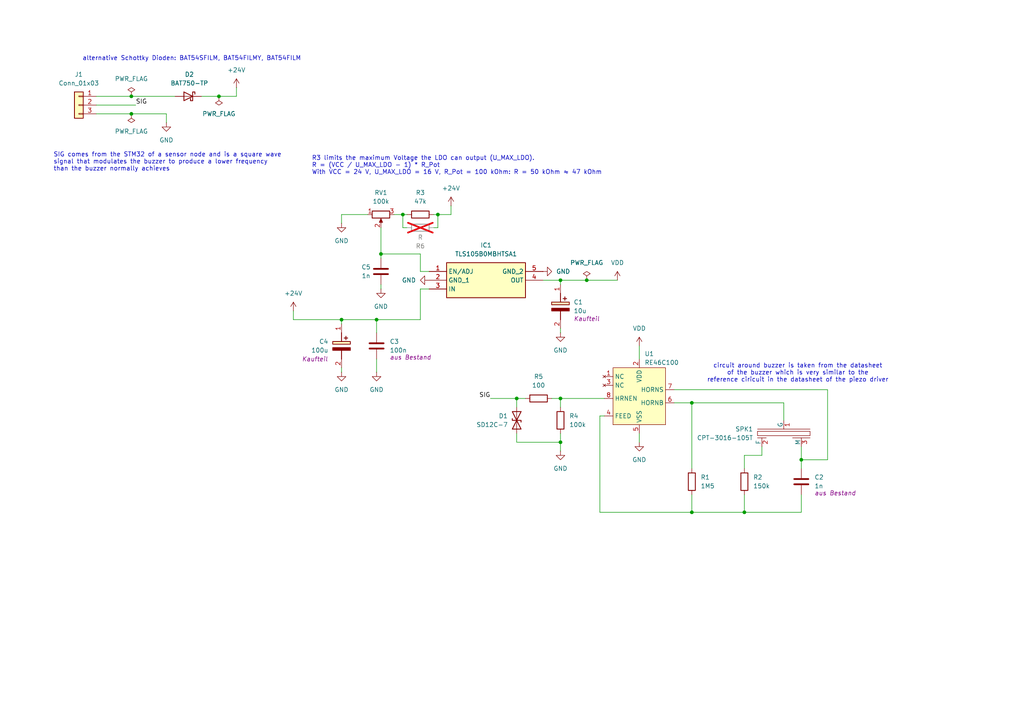
<source format=kicad_sch>
(kicad_sch (version 20231120) (generator "eeschema") (generator_version "8.0")
  (paper "A4")
  (title_block (title "Soundbox") (date "2024-12-04") (rev "FT25 v1.0") (company "FaSTTUBe"))
  (lib_symbols
    (symbol "Connector_Generic:Conn_01x03" (pin_names (offset 1.016) hide)
      (property "Reference" "J" (at 0 5.08 0))
      (property "Value" "Conn_01x03" (at 0 -5.08 0))
      (symbol "Conn_01x03_1_1"
        (rectangle (start -1.27 -2.413) (end 0 -2.667) (stroke (width 0.1524)))
        (rectangle (start -1.27 0.127) (end 0 -0.127) (stroke (width 0.1524)))
        (rectangle (start -1.27 2.667) (end 0 2.413) (stroke (width 0.1524)))
        (rectangle (start -1.27 3.81) (end 1.27 -3.81) (stroke (width 0.254)) (fill (type background)))
        (pin passive line (at -5.08 2.54 0) (length 3.81) (name "Pin_1") (number "1"))
        (pin passive line (at -5.08 0 0) (length 3.81) (name "Pin_2") (number "2"))
        (pin passive line (at -5.08 -2.54 0) (length 3.81) (name "Pin_3") (number "3"))
      )
    )
    (symbol "Device:C" (pin_numbers hide) (pin_names (offset 0.254))
      (property "Reference" "C" (at 0.635 2.54 0))
      (property "Value" "C" (at 0.635 -2.54 0))
      (symbol "C_0_1"
        (polyline (pts (xy -2.032 -0.762) (xy 2.032 -0.762)) (stroke (width 0.508)))
        (polyline (pts (xy -2.032 0.762) (xy 2.032 0.762)) (stroke (width 0.508)))
      )
      (symbol "C_1_1"
        (pin passive line (at 0 3.81 270) (length 2.794) (name "~") (number "1"))
        (pin passive line (at 0 -3.81 90) (length 2.794) (name "~") (number "2"))
      )
    )
    (symbol "Device:D_Schottky" (pin_numbers hide) (pin_names (offset 1.016) hide)
      (property "Reference" "D2" (at -0.3175 6.35 0))
      (property "Value" "BAT750-TP" (at -0.3175 3.81 0))
      (symbol "D_Schottky_0_1"
        (polyline (pts (xy 1.27 0) (xy -1.27 0)))
        (polyline (pts (xy 1.27 1.27) (xy 1.27 -1.27) (xy -1.27 0) (xy 1.27 1.27)) (stroke (width 0.254)))
        (polyline (pts (xy -1.905 0.635) (xy -1.905 1.27) (xy -1.27 1.27) (xy -1.27 -1.27) (xy -0.635 -1.27) (xy -0.635 -0.635)) (stroke (width 0.254)))
      )
      (symbol "D_Schottky_1_1"
        (pin passive line (at 3.81 0 180) (length 2.54) (name "A") (number "1"))
        (pin passive line (at -3.81 0 0) (length 2.54) (name "K") (number "3"))
      )
    )
    (symbol "Device:D_TVS" (pin_numbers hide) (pin_names (offset 1.016) hide)
      (property "Reference" "D" (at 0 2.54 0))
      (property "Value" "D_TVS" (at 0 -2.54 0))
      (symbol "D_TVS_0_1"
        (polyline (pts (xy 1.27 0) (xy -1.27 0)))
        (polyline (pts (xy 0.508 1.27) (xy 0 1.27) (xy 0 -1.27) (xy -0.508 -1.27)) (stroke (width 0.254)))
        (polyline (pts (xy -2.54 1.27) (xy -2.54 -1.27) (xy 2.54 1.27) (xy 2.54 -1.27) (xy -2.54 1.27)) (stroke (width 0.254)))
      )
      (symbol "D_TVS_1_1"
        (pin passive line (at -3.81 0 0) (length 2.54) (name "A1") (number "1"))
        (pin passive line (at 3.81 0 180) (length 2.54) (name "A2") (number "2"))
      )
    )
    (symbol "Device:R" (pin_numbers hide) (pin_names (offset 0))
      (property "Reference" "R" (at 2.032 0 90))
      (property "Value" "R" (at 0 0 90))
      (symbol "R_0_1"
        (rectangle (start -1.016 -2.54) (end 1.016 2.54) (stroke (width 0.254)))
      )
      (symbol "R_1_1"
        (pin passive line (at 0 3.81 270) (length 1.27) (name "~") (number "1"))
        (pin passive line (at 0 -3.81 90) (length 1.27) (name "~") (number "2"))
      )
    )
    (symbol "Device:R_Potentiometer" (pin_names (offset 1.016) hide)
      (property "Reference" "RV" (at -4.445 0 90))
      (property "Value" "R_Potentiometer" (at -2.54 0 90))
      (symbol "R_Potentiometer_0_1"
        (polyline (pts (xy 2.54 0) (xy 1.524 0)))
        (polyline (pts (xy 1.143 0) (xy 2.286 0.508) (xy 2.286 -0.508) (xy 1.143 0)) (fill (type outline)))
        (rectangle (start 1.016 2.54) (end -1.016 -2.54) (stroke (width 0.254)))
      )
      (symbol "R_Potentiometer_1_1"
        (pin passive line (at 0 3.81 270) (length 1.27) (name "1") (number "1"))
        (pin passive line (at 3.81 0 180) (length 1.27) (name "2") (number "2"))
        (pin passive line (at 0 -3.81 90) (length 1.27) (name "3") (number "3"))
      )
    )
    (symbol "power:+24V" (power) (pin_numbers hide) (pin_names (offset 0) hide)
      (property "Value" "+24V" (at 0 3.556 0))
      (symbol "+24V_0_1"
        (polyline (pts (xy -0.762 1.27) (xy 0 2.54)))
        (polyline (pts (xy 0 0) (xy 0 2.54)))
        (polyline (pts (xy 0 2.54) (xy 0.762 1.27)))
      )
      (symbol "+24V_1_1"
        (pin power_in line (at 0 0 90) (length 0) (name "~") (number "1"))
      )
    )
    (symbol "power:GND" (power) (pin_numbers hide) (pin_names (offset 0) hide)
      (property "Value" "GND" (at 0 -3.81 0))
      (symbol "GND_0_1"
        (polyline (pts (xy 0 0) (xy 0 -1.27) (xy 1.27 -1.27) (xy 0 -2.54) (xy -1.27 -1.27) (xy 0 -1.27)))
      )
      (symbol "GND_1_1"
        (pin power_in line (at 0 0 270) (length 0) (name "~") (number "1"))
      )
    )
    (symbol "power:PWR_FLAG" (power) (pin_numbers hide) (pin_names (offset 0) hide)
      (property "Value" "PWR_FLAG" (at 0 3.81 0))
      (symbol "PWR_FLAG_0_0"
        (pin power_out line (at 0 0 90) (length 0) (name "~") (number "1"))
      )
      (symbol "PWR_FLAG_0_1"
        (polyline (pts (xy 0 0) (xy 0 1.27) (xy -1.016 1.905) (xy 0 2.54) (xy 1.016 1.905) (xy 0 1.27)))
      )
    )
    (symbol "power:VDD" (power) (pin_numbers hide) (pin_names (offset 0) hide)
      (property "Value" "VDD" (at 0 3.556 0))
      (symbol "VDD_0_1"
        (polyline (pts (xy -0.762 1.27) (xy 0 2.54)))
        (polyline (pts (xy 0 0) (xy 0 2.54)))
        (polyline (pts (xy 0 2.54) (xy 0.762 1.27)))
      )
      (symbol "VDD_1_1"
        (pin power_in line (at 0 0 90) (length 0) (name "~") (number "1"))
      )
    )
    (symbol "soundbox:CPT-3016-105T" (pin_names (offset 0))
      (property "Reference" "SPK" (at -5.588 2.54 0))
      (property "Value" "CPT-3016-105T" (at 10.668 2.54 0))
      (symbol "CPT-3016-105T_0_0"
        (pin passive line (at 0 3.81 270) (length 2.54) (name "G") (number "1"))
        (pin passive line (at -6.35 -3.81 90) (length 2.54) (name "F") (number "2"))
        (pin passive line (at 5.08 -3.81 90) (length 2.54) (name "M") (number "3"))
      )
      (symbol "CPT-3016-105T_0_1"
        (rectangle (start -7.62 0.635) (end 7.62 -0.635))
        (polyline (pts (xy -7.62 -1.27) (xy -5.08 -1.27)))
        (polyline (pts (xy 7.62 -1.27) (xy 2.54 -1.27)))
        (polyline (pts (xy 7.62 1.27) (xy -7.62 1.27)))
      )
    )
    (symbol "soundbox:EEE-FK1V100R" (pin_names hide)
      (property "Reference" "C" (at 8.89 6.35 0))
      (property "Value" "EEE-FK1V100R" (at 8.89 3.81 0))
      (symbol "EEE-FK1V100R_1_1"
        (polyline (pts (xy 2.54 0) (xy 5.08 0)) (stroke (width 0.254)))
        (polyline (pts (xy 4.064 1.778) (xy 4.064 0.762)) (stroke (width 0.254)))
        (polyline (pts (xy 4.572 1.27) (xy 3.556 1.27)) (stroke (width 0.254)))
        (polyline (pts (xy 7.62 0) (xy 10.16 0)) (stroke (width 0.254)))
        (polyline (pts (xy 7.62 2.54) (xy 7.62 -2.54) (xy 6.858 -2.54) (xy 6.858 2.54) (xy 7.62 2.54)) (stroke (width 0.254)) (fill (type outline)))
        (rectangle (start 5.08 2.54) (end 5.842 -2.54) (stroke (width 0.254)) (fill (type background)))
        (pin passive line (at 0 0 0) (length 2.54) (name "+") (number "1"))
        (pin passive line (at 12.7 0 180) (length 2.54) (name "-") (number "2"))
      )
    )
    (symbol "soundbox:EEE-FT1V101AP" (pin_names hide)
      (property "Reference" "C" (at 8.89 6.35 0))
      (property "Value" "EEE-FT1V101AP" (at 8.89 3.81 0))
      (symbol "EEE-FT1V101AP_1_1"
        (polyline (pts (xy 2.54 0) (xy 5.08 0)) (stroke (width 0.254)))
        (polyline (pts (xy 4.064 1.778) (xy 4.064 0.762)) (stroke (width 0.254)))
        (polyline (pts (xy 4.572 1.27) (xy 3.556 1.27)) (stroke (width 0.254)))
        (polyline (pts (xy 7.62 0) (xy 10.16 0)) (stroke (width 0.254)))
        (polyline (pts (xy 7.62 2.54) (xy 7.62 -2.54) (xy 6.858 -2.54) (xy 6.858 2.54) (xy 7.62 2.54)) (stroke (width 0.254)) (fill (type outline)))
        (rectangle (start 5.08 2.54) (end 5.842 -2.54) (stroke (width 0.254)) (fill (type background)))
        (pin passive line (at 0 0 0) (length 2.54) (name "+") (number "1"))
        (pin passive line (at 12.7 0 180) (length 2.54) (name "-") (number "2"))
      )
    )
    (symbol "soundbox:RE46C100"
      (property "Reference" "U" (at -6.604 9.144 0))
      (property "Value" "RE46C100" (at 5.842 9.144 0))
      (symbol "RE46C100_0_0"
        (pin no_connect line (at -10.16 5.08 0) (length 2.54) (name "NC") (number "1"))
        (pin power_in line (at 0 10.16 270) (length 2.54) (name "VDD") (number "2"))
        (pin no_connect line (at -10.16 2.54 0) (length 2.54) (name "NC") (number "3"))
        (pin input line (at -10.16 -6.35 0) (length 2.54) (name "FEED") (number "4"))
        (pin power_in line (at 0 -11.43 90) (length 2.54) (name "VSS") (number "5"))
        (pin output line (at 10.16 -2.54 180) (length 2.54) (name "HORNB") (number "6"))
        (pin output line (at 10.16 1.27 180) (length 2.54) (name "HORNS") (number "7"))
        (pin input line (at -10.16 -1.27 0) (length 2.54) (name "HRNEN") (number "8"))
      )
      (symbol "RE46C100_1_1"
        (rectangle (start -7.62 7.62) (end 7.62 -8.89) (fill (type background)))
      )
    )
    (symbol "soundbox:TLS105B0MBHTSA1"
      (property "Reference" "IC" (at 29.21 7.62 0))
      (property "Value" "TLS105B0MBHTSA1" (at 29.21 5.08 0))
      (symbol "TLS105B0MBHTSA1_1_1"
        (rectangle (start 5.08 2.54) (end 27.94 -7.62) (stroke (width 0.254)) (fill (type background)))
        (pin passive line (at 0 0 0) (length 5.08) (name "EN/ADJ") (number "1"))
        (pin passive line (at 0 -2.54 0) (length 5.08) (name "GND_1") (number "2"))
        (pin passive line (at 0 -5.08 0) (length 5.08) (name "IN") (number "3"))
        (pin passive line (at 33.02 -2.54 180) (length 5.08) (name "OUT") (number "4"))
        (pin passive line (at 33.02 0 180) (length 5.08) (name "GND_2") (number "5"))
      )
    )
  )
  (junction (at 162.56 128.27))
  (junction (at 38.1 27.94))
  (junction (at 232.41 133.35))
  (junction (at 63.5 27.94))
  (junction (at 99.06 92.71))
  (junction (at 110.49 73.66))
  (junction (at 38.1 33.02))
  (junction (at 116.84 62.23))
  (junction (at 109.22 92.71))
  (junction (at 162.56 81.28))
  (junction (at 127 62.23))
  (junction (at 149.86 115.57))
  (junction (at 200.66 148.59))
  (junction (at 200.66 116.84))
  (junction (at 215.9 148.59))
  (junction (at 162.56 115.57))
  (junction (at 170.18 81.28))
  (wire (pts (xy 27.94 27.94) (xy 38.1 27.94)))
  (wire (pts (xy 99.06 92.71) (xy 99.06 93.98)))
  (wire (pts (xy 160.02 115.57) (xy 162.56 115.57)))
  (wire (pts (xy 232.41 129.54) (xy 232.41 133.35)))
  (wire (pts (xy 215.9 135.89) (xy 215.9 132.08)))
  (wire (pts (xy 195.58 116.84) (xy 200.66 116.84)))
  (wire (pts (xy 110.49 74.93) (xy 110.49 73.66)))
  (wire (pts (xy 125.73 62.23) (xy 127 62.23)))
  (wire (pts (xy 27.94 33.02) (xy 38.1 33.02)))
  (wire (pts (xy 109.22 92.71) (xy 121.92 92.71)))
  (wire (pts (xy 109.22 104.14) (xy 109.22 107.95)))
  (wire (pts (xy 170.18 81.28) (xy 179.07 81.28)))
  (wire (pts (xy 162.56 115.57) (xy 175.26 115.57)))
  (wire (pts (xy 121.92 73.66) (xy 121.92 78.74)))
  (wire (pts (xy 118.11 66.04) (xy 116.84 66.04)))
  (wire (pts (xy 48.26 33.02) (xy 48.26 35.56)))
  (wire (pts (xy 185.42 125.73) (xy 185.42 128.27)))
  (wire (pts (xy 63.5 27.94) (xy 68.58 27.94)))
  (wire (pts (xy 149.86 128.27) (xy 162.56 128.27)))
  (wire (pts (xy 27.94 30.48) (xy 39.37 30.48)))
  (wire (pts (xy 110.49 73.66) (xy 121.92 73.66)))
  (wire (pts (xy 200.66 143.51) (xy 200.66 148.59)))
  (wire (pts (xy 232.41 133.35) (xy 240.03 133.35)))
  (wire (pts (xy 109.22 92.71) (xy 99.06 92.71)))
  (wire (pts (xy 240.03 113.03) (xy 195.58 113.03)))
  (wire (pts (xy 85.09 90.17) (xy 85.09 92.71)))
  (wire (pts (xy 110.49 83.82) (xy 110.49 82.55)))
  (wire (pts (xy 200.66 116.84) (xy 227.33 116.84)))
  (wire (pts (xy 58.42 27.94) (xy 63.5 27.94)))
  (wire (pts (xy 215.9 132.08) (xy 220.98 132.08)))
  (wire (pts (xy 162.56 125.73) (xy 162.56 128.27)))
  (wire (pts (xy 232.41 143.51) (xy 232.41 148.59)))
  (wire (pts (xy 162.56 81.28) (xy 162.56 82.55)))
  (wire (pts (xy 127 66.04) (xy 127 62.23)))
  (wire (pts (xy 232.41 133.35) (xy 232.41 135.89)))
  (wire (pts (xy 220.98 132.08) (xy 220.98 129.54)))
  (wire (pts (xy 149.86 115.57) (xy 152.4 115.57)))
  (wire (pts (xy 118.11 62.23) (xy 116.84 62.23)))
  (wire (pts (xy 162.56 81.28) (xy 170.18 81.28)))
  (wire (pts (xy 110.49 66.04) (xy 110.49 73.66)))
  (wire (pts (xy 149.86 125.73) (xy 149.86 128.27)))
  (wire (pts (xy 116.84 66.04) (xy 116.84 62.23)))
  (wire (pts (xy 215.9 148.59) (xy 232.41 148.59)))
  (wire (pts (xy 116.84 62.23) (xy 114.3 62.23)))
  (wire (pts (xy 99.06 64.77) (xy 99.06 62.23)))
  (wire (pts (xy 142.24 115.57) (xy 149.86 115.57)))
  (wire (pts (xy 173.99 148.59) (xy 200.66 148.59)))
  (wire (pts (xy 149.86 115.57) (xy 149.86 118.11)))
  (wire (pts (xy 162.56 128.27) (xy 162.56 130.81)))
  (wire (pts (xy 185.42 100.33) (xy 185.42 104.14)))
  (wire (pts (xy 99.06 92.71) (xy 85.09 92.71)))
  (wire (pts (xy 127 62.23) (xy 130.81 62.23)))
  (wire (pts (xy 162.56 115.57) (xy 162.56 118.11)))
  (wire (pts (xy 200.66 116.84) (xy 200.66 135.89)))
  (wire (pts (xy 173.99 120.65) (xy 173.99 148.59)))
  (wire (pts (xy 38.1 33.02) (xy 48.26 33.02)))
  (wire (pts (xy 121.92 92.71) (xy 121.92 83.82)))
  (wire (pts (xy 121.92 78.74) (xy 124.46 78.74)))
  (wire (pts (xy 68.58 25.4) (xy 68.58 27.94)))
  (wire (pts (xy 227.33 116.84) (xy 227.33 121.92)))
  (wire (pts (xy 38.1 27.94) (xy 50.8 27.94)))
  (wire (pts (xy 130.81 62.23) (xy 130.81 59.69)))
  (wire (pts (xy 99.06 106.68) (xy 99.06 107.95)))
  (wire (pts (xy 121.92 83.82) (xy 124.46 83.82)))
  (wire (pts (xy 200.66 148.59) (xy 215.9 148.59)))
  (wire (pts (xy 162.56 95.25) (xy 162.56 96.52)))
  (wire (pts (xy 215.9 143.51) (xy 215.9 148.59)))
  (wire (pts (xy 175.26 120.65) (xy 173.99 120.65)))
  (wire (pts (xy 157.48 81.28) (xy 162.56 81.28)))
  (wire (pts (xy 240.03 133.35) (xy 240.03 113.03)))
  (wire (pts (xy 99.06 62.23) (xy 106.68 62.23)))
  (wire (pts (xy 109.22 92.71) (xy 109.22 96.52)))
  (wire (pts (xy 125.73 66.04) (xy 127 66.04)))
  (text "R3 limits the maximum Voltage the LDO can output (U_MAX_LDO).\nR = (VCC / U_MAX_LDO - 1) * R_Pot\nWith VCC = 24 V, U_MAX_LDO = 16 V, R_Pot = 100 kOhm: R = 50 kOhm ≈ 47 kOhm" (at 90.424 48.006 0) (effects (font (size 1.27 1.27)) (justify left)))
  (text "circuit around buzzer is taken from the datasheet\nof the buzzer which is very similar to the\nreference ciricuit in the datasheet of the piezo driver" (at 231.394 108.204 0) (effects (font (size 1.27 1.27))))
  (text "alternative Schottky Dioden: BAT54SFILM, BAT54FILMY, BAT54FILM" (at 55.626 17.018 0) (effects (font (size 1.27 1.27))))
  (text "SIG comes from the STM32 of a sensor node and is a square wave\nsignal that modulates the buzzer to produce a lower frequency\nthan the buzzer normally achieves" (at 15.494 46.99 0) (effects (font (size 1.27 1.27)) (justify left)))
  (label "SIG" (at 142.24 115.57 180))
  (label "SIG" (at 39.37 30.48 0))
  (symbol (lib_id "power:+24V") (at 68.58 25.4 0) (unit 1)
    (property "Reference" "#PWR02" (effects (hide yes)))
    (property "Value" "+24V" (at 68.58 20.32 0))
    (property "Description" "Power symbol creates a global label with name \"+24V\"" (effects (hide yes)))
  )
  (symbol (lib_id "Device:C") (at 109.22 100.33 0) (unit 1)
    (property "Reference" "C3" (at 113.03 99.0599 0) (effects (justify left)))
    (property "Value" "100n" (at 113.03 101.5999 0) (effects (justify left)))
    (property "Footprint" "Capacitor_SMD:C_0603_1608Metric_Pad1.08x0.95mm_HandSolder" (effects (hide yes)))
    (property "Description" "Unpolarized capacitor" (effects (hide yes)))
    (property "source" "aus Bestand" (at 113.03 103.632 0) (effects (font (italic yes)) (justify left)))
  )
  (symbol (lib_id "power:+24V") (at 85.09 90.17 0) (unit 1)
    (property "Reference" "#PWR08" (effects (hide yes)))
    (property "Value" "+24V" (at 85.09 85.09 0))
    (property "Description" "Power symbol creates a global label with name \"+24V\"" (effects (hide yes)))
  )
  (symbol (lib_id "Device:C") (at 232.41 139.7 0) (unit 1)
    (property "Reference" "C2" (at 236.22 138.4299 0) (effects (justify left)))
    (property "Value" "1n" (at 236.22 140.9699 0) (effects (justify left)))
    (property "Footprint" "Capacitor_SMD:C_0603_1608Metric_Pad1.08x0.95mm_HandSolder" (effects (hide yes)))
    (property "Description" "Unpolarized capacitor" (effects (hide yes)))
    (property "source" "aus Bestand" (at 236.22 143.002 0) (effects (font (italic yes)) (justify left)))
  )
  (symbol (lib_id "power:GND") (at 99.06 107.95 0) (unit 1)
    (property "Reference" "#PWR09" (effects (hide yes)))
    (property "Value" "GND" (at 99.06 113.03 0))
    (property "Description" "Power symbol creates a global label with name \"GND\" , ground" (effects (hide yes)))
  )
  (symbol (lib_id "power:+24V") (at 130.81 59.69 0) (mirror y) (unit 1)
    (property "Reference" "#PWR011" (effects (hide yes)))
    (property "Value" "+24V" (at 130.81 54.61 0))
    (property "Description" "Power symbol creates a global label with name \"+24V\"" (effects (hide yes)))
  )
  (symbol (lib_id "Device:D_Schottky") (at 54.61 27.94 0) (mirror y) (unit 1)
    (property "Reference" "D2" (at 54.9275 21.59 0))
    (property "Value" "BAT750-TP" (at 54.9275 24.13 0))
    (property "Footprint" "Package_TO_SOT_SMD:SOT-23_Handsoldering" (effects (hide yes)))
    (property "Datasheet" "https://eu.mouser.com/datasheet/2/258/BAT750_SOT_23_-3365222.pdf" (effects (hide yes)))
    (property "Description" "Schottky diode" (effects (hide yes)))
  )
  (symbol (lib_id "Connector_Generic:Conn_01x03") (at 22.86 30.48 0) (mirror y) (unit 1)
    (property "Reference" "J1" (at 22.86 21.59 0))
    (property "Value" "Conn_01x03" (at 22.86 24.13 0))
    (property "Footprint" "Connector_Wire:SolderWire-0.25sqmm_1x03_P4.5mm_D0.65mm_OD2mm" (effects (hide yes)))
    (property "Description" "Generic connector, single row, 01x03, script generated (kicad-library-utils/schlib/autogen/connector/)" (effects (hide yes)))
  )
  (symbol (lib_id "power:VDD") (at 185.42 100.33 0) (unit 1)
    (property "Reference" "#PWR015" (effects (hide yes)))
    (property "Value" "VDD" (at 185.42 95.25 0))
    (property "Description" "Power symbol creates a global label with name \"VDD\"" (effects (hide yes)))
  )
  (symbol (lib_id "power:VDD") (at 179.07 81.28 0) (unit 1)
    (property "Reference" "#PWR014" (effects (hide yes)))
    (property "Value" "VDD" (at 179.07 76.2 0))
    (property "Description" "Power symbol creates a global label with name \"VDD\"" (effects (hide yes)))
  )
  (symbol (lib_id "power:GND") (at 99.06 64.77 0) (unit 1)
    (property "Reference" "#PWR012" (effects (hide yes)))
    (property "Value" "GND" (at 99.06 69.85 0))
    (property "Description" "Power symbol creates a global label with name \"GND\" , ground" (effects (hide yes)))
  )
  (symbol (lib_id "soundbox:EEE-FK1V100R") (at 162.56 82.55 270) (unit 1)
    (property "Reference" "C1" (at 166.37 87.6299 90) (effects (justify left)))
    (property "Value" "10u" (at 166.37 90.1699 90) (effects (justify left)))
    (property "Footprint" "soundbox:EEE0GA101SR" (effects (hide yes)))
    (property "Datasheet" "http://industrial.panasonic.com/cdbs/www-data/pdf/RDE0000/ABA0000C1181.pdf" (effects (hide yes)))
    (property "Description" "Aluminum Electrolytic Capacitors - SMD 10uF 35V" (effects (hide yes)))
    (property "Height" "6.5" (effects (hide yes)))
    (property "Mouser Part Number" "667-EEE-FK1V100R" (effects (hide yes)))
    (property "Mouser Price/Stock" "https://www.mouser.co.uk/ProductDetail/Panasonic/EEE-FK1V100R?qs=qE6bgDGEOCsyhLm838k2dA%3D%3D" (effects (hide yes)))
    (property "Manufacturer_Name" "Panasonic" (effects (hide yes)))
    (property "Manufacturer_Part_Number" "EEE-FK1V100R" (effects (hide yes)))
    (property "source" "Kaufteil" (at 166.37 92.456 90) (effects (font (italic yes)) (justify left)))
  )
  (symbol (lib_id "Device:C") (at 110.49 78.74 180) (unit 1)
    (property "Reference" "C5" (at 106.172 77.47 0))
    (property "Value" "1n" (at 106.172 80.01 0))
    (property "Footprint" "Capacitor_SMD:C_0603_1608Metric_Pad1.08x0.95mm_HandSolder" (effects (hide yes)))
    (property "Description" "Unpolarized capacitor" (effects (hide yes)))
  )
  (symbol (lib_id "power:GND") (at 162.56 130.81 0) (unit 1)
    (property "Reference" "#PWR07" (effects (hide yes)))
    (property "Value" "GND" (at 162.56 135.89 0))
    (property "Description" "Power symbol creates a global label with name \"GND\" , ground" (effects (hide yes)))
  )
  (symbol (lib_id "soundbox:TLS105B0MBHTSA1") (at 124.46 78.74 0) (unit 1)
    (property "Reference" "IC1" (at 140.97 71.12 0))
    (property "Value" "TLS105B0MBHTSA1" (at 140.97 73.66 0))
    (property "Footprint" "soundbox:PG-SCT595-5" (effects (hide yes)))
    (property "Datasheet" "https://componentsearchengine.com/Datasheets/1/TLS105B0MBHTSA1.pdf" (effects (hide yes)))
    (property "Description" "LDO Voltage Regulators LINEAR VOLTAGE REGULATOR" (effects (hide yes)))
    (property "Height" "1.1" (effects (hide yes)))
    (property "Mouser Part Number" "726-TLS105B0MBHTSA1" (effects (hide yes)))
    (property "Mouser Price/Stock" "https://www.mouser.co.uk/ProductDetail/Infineon-Technologies/TLS105B0MBHTSA1?qs=F5EMLAvA7ID68BPIw0f4TQ%3D%3D" (effects (hide yes)))
    (property "Manufacturer_Name" "Infineon" (effects (hide yes)))
    (property "Manufacturer_Part_Number" "TLS105B0MBHTSA1" (effects (hide yes)))
  )
  (symbol (lib_id "Device:D_TVS") (at 149.86 121.92 270) (unit 1)
    (property "Reference" "D1" (at 147.32 120.6499 90) (effects (justify right)))
    (property "Value" "SD12C-7" (at 147.32 123.1899 90) (effects (justify right)))
    (property "Footprint" "Diode_SMD:D_SOD-323_HandSoldering" (effects (hide yes)))
    (property "Datasheet" "https://eu.mouser.com/datasheet/2/115/DIOD_S_A0009691744_1-2543273.pdf" (effects (hide yes)))
    (property "Description" "Bidirectional transient-voltage-suppression diode SD12C-7" (effects (hide yes)))
  )
  (symbol (lib_id "power:GND") (at 110.49 83.82 0) (unit 1)
    (property "Reference" "#PWR013" (effects (hide yes)))
    (property "Value" "GND" (at 110.49 88.9 0))
    (property "Description" "Power symbol creates a global label with name \"GND\" , ground" (effects (hide yes)))
  )
  (symbol (lib_id "power:PWR_FLAG") (at 63.5 27.94 0) (mirror x) (unit 1)
    (property "Reference" "#FLG03" (effects (hide yes)))
    (property "Value" "PWR_FLAG" (at 63.5 33.02 0))
    (property "Description" "Special symbol for telling ERC where power comes from" (effects (hide yes)))
  )
  (symbol (lib_id "Device:R") (at 121.92 62.23 270) (mirror x) (unit 1)
    (property "Reference" "R3" (at 121.92 55.88 90))
    (property "Value" "47k" (at 121.92 58.42 90))
    (property "Footprint" "Resistor_SMD:R_0603_1608Metric_Pad0.98x0.95mm_HandSolder" (effects (hide yes)))
    (property "Description" "Resistor" (effects (hide yes)))
  )
  (symbol (lib_id "Device:R") (at 121.92 66.04 270) (mirror x) (unit 1) (dnp yes)
    (property "Reference" "R6" (at 121.92 71.374 90))
    (property "Value" "R" (at 121.92 68.834 90))
    (property "Footprint" "Resistor_SMD:R_0603_1608Metric_Pad0.98x0.95mm_HandSolder" (effects (hide yes)))
    (property "Description" "Resistor" (effects (hide yes)))
  )
  (symbol (lib_id "Device:R_Potentiometer") (at 110.49 62.23 90) (mirror x) (unit 1)
    (property "Reference" "RV1" (at 110.49 55.88 90))
    (property "Value" "100k" (at 110.49 58.42 90))
    (property "Footprint" "soundbox:06TR4FA104DPR" (effects (hide yes)))
    (property "Datasheet" "https://www.mouser.de/datasheet/2/96/CTS_Trimmer_Potentiometer_06TR_Datasheet-3400490.pdf" (effects (hide yes)))
    (property "Description" "Potentiometer 06TR4FA104DPR" (effects (hide yes)))
    (property "MMN" "06TR4FA104DPR" (effects (hide yes)))
  )
  (symbol (lib_id "soundbox:EEE-FT1V101AP") (at 99.06 93.98 270) (unit 1)
    (property "Reference" "C4" (at 95.25 99.0599 90) (effects (justify right)))
    (property "Value" "100u" (at 95.25 101.5999 90) (effects (justify right)))
    (property "Footprint" "soundbox:EEE1AA101SP" (effects (hide yes)))
    (property "Datasheet" "http://industrial.panasonic.com/cdbs/www-data/pdf/RDE0000/ABA0000C1240.pdf" (effects (hide yes)))
    (property "Description" "Aluminum Electrolytic Capacitors - SMD 100uF 35volts 6.3x5.8mm SMD" (effects (hide yes)))
    (property "Height" "7.8" (effects (hide yes)))
    (property "Mouser Part Number" "667-EEE-FT1V101AP" (effects (hide yes)))
    (property "Mouser Price/Stock" "https://www.mouser.co.uk/ProductDetail/Panasonic/EEE-FT1V101AP?qs=CMJjuEs1%252BuEsbOqam%2FkTqg%3D%3D" (effects (hide yes)))
    (property "Manufacturer_Name" "Panasonic" (effects (hide yes)))
    (property "Manufacturer_Part_Number" "EEE-FT1V101AP" (effects (hide yes)))
    (property "source" "Kaufteil" (at 94.996 104.14 90) (effects (font (italic yes)) (justify right)))
  )
  (symbol (lib_id "power:GND") (at 185.42 128.27 0) (unit 1)
    (property "Reference" "#PWR03" (effects (hide yes)))
    (property "Value" "GND" (at 185.42 133.35 0))
    (property "Description" "Power symbol creates a global label with name \"GND\" , ground" (effects (hide yes)))
  )
  (symbol (lib_id "power:GND") (at 109.22 107.95 0) (unit 1)
    (property "Reference" "#PWR010" (effects (hide yes)))
    (property "Value" "GND" (at 109.22 113.03 0))
    (property "Description" "Power symbol creates a global label with name \"GND\" , ground" (effects (hide yes)))
  )
  (symbol (lib_id "power:GND") (at 48.26 35.56 0) (unit 1)
    (property "Reference" "#PWR01" (effects (hide yes)))
    (property "Value" "GND" (at 48.26 40.64 0))
    (property "Description" "Power symbol creates a global label with name \"GND\" , ground" (effects (hide yes)))
  )
  (symbol (lib_id "Device:R") (at 156.21 115.57 90) (unit 1)
    (property "Reference" "R5" (at 156.21 109.22 90))
    (property "Value" "100" (at 156.21 111.76 90))
    (property "Footprint" "Resistor_SMD:R_0603_1608Metric_Pad0.98x0.95mm_HandSolder" (effects (hide yes)))
    (property "Description" "Resistor" (effects (hide yes)))
  )
  (symbol (lib_id "power:PWR_FLAG") (at 170.18 81.28 0) (unit 1)
    (property "Reference" "#FLG04" (effects (hide yes)))
    (property "Value" "PWR_FLAG" (at 170.18 76.2 0))
    (property "Description" "Special symbol for telling ERC where power comes from" (effects (hide yes)))
  )
  (symbol (lib_id "power:PWR_FLAG") (at 38.1 33.02 0) (mirror x) (unit 1)
    (property "Reference" "#FLG02" (effects (hide yes)))
    (property "Value" "PWR_FLAG" (at 38.1 38.1 0))
    (property "Description" "Special symbol for telling ERC where power comes from" (effects (hide yes)))
  )
  (symbol (lib_id "Device:R") (at 215.9 139.7 0) (unit 1)
    (property "Reference" "R2" (at 218.44 138.4299 0) (effects (justify left)))
    (property "Value" "150k" (at 218.44 140.9699 0) (effects (justify left)))
    (property "Footprint" "Resistor_SMD:R_0603_1608Metric_Pad0.98x0.95mm_HandSolder" (effects (hide yes)))
    (property "Description" "Resistor" (effects (hide yes)))
  )
  (symbol (lib_id "Device:R") (at 162.56 121.92 0) (unit 1)
    (property "Reference" "R4" (at 165.1 120.6499 0) (effects (justify left)))
    (property "Value" "100k" (at 165.1 123.1899 0) (effects (justify left)))
    (property "Footprint" "Resistor_SMD:R_0603_1608Metric_Pad0.98x0.95mm_HandSolder" (effects (hide yes)))
    (property "Description" "Resistor" (effects (hide yes)))
  )
  (symbol (lib_id "power:GND") (at 162.56 96.52 0) (unit 1)
    (property "Reference" "#PWR06" (effects (hide yes)))
    (property "Value" "GND" (at 162.56 101.6 0))
    (property "Description" "Power symbol creates a global label with name \"GND\" , ground" (effects (hide yes)))
  )
  (symbol (lib_id "power:GND") (at 157.48 78.74 90) (unit 1)
    (property "Reference" "#PWR04" (effects (hide yes)))
    (property "Value" "GND" (at 161.29 78.7399 90) (effects (justify right)))
    (property "Description" "Power symbol creates a global label with name \"GND\" , ground" (effects (hide yes)))
  )
  (symbol (lib_id "power:PWR_FLAG") (at 38.1 27.94 0) (unit 1)
    (property "Reference" "#FLG01" (effects (hide yes)))
    (property "Value" "PWR_FLAG" (at 38.1 22.86 0))
    (property "Description" "Special symbol for telling ERC where power comes from" (effects (hide yes)))
  )
  (symbol (lib_id "soundbox:RE46C100") (at 185.42 114.3 0) (unit 1)
    (property "Reference" "U1" (at 186.944 102.616 0) (effects (justify left)))
    (property "Value" "RE46C100" (at 186.944 105.156 0) (effects (justify left)))
    (property "Footprint" "Package_SO:SOIC-8_3.9x4.9mm_P1.27mm" (effects (hide yes)))
    (property "Datasheet" "https://www.mouser.de/datasheet/2/268/20002166B-3443049.pdf" (effects (hide yes)))
    (property "Description" "Piezoelectric Horn Driver Circuit" (effects (hide yes)))
  )
  (symbol (lib_id "soundbox:CPT-3016-105T") (at 227.33 125.73 0) (unit 1)
    (property "Reference" "SPK1" (at 218.44 124.46 0) (effects (justify right)))
    (property "Value" "CPT-3016-105T" (at 218.44 127 0) (effects (justify right)))
    (property "Footprint" "soundbox:CPT-3016-105T" (effects (hide yes)))
    (property "Datasheet" "https://www.mouser.de/datasheet/2/1628/cpt_3016_105t-3509585.pdf" (effects (hide yes)))
    (property "Description" "PIEZO BUZZER TRANSDUCER" (effects (hide yes)))
  )
  (symbol (lib_id "power:GND") (at 124.46 81.28 270) (unit 1)
    (property "Reference" "#PWR05" (effects (hide yes)))
    (property "Value" "GND" (at 120.65 81.2799 90) (effects (justify right)))
    (property "Description" "Power symbol creates a global label with name \"GND\" , ground" (effects (hide yes)))
  )
  (symbol (lib_id "Device:R") (at 200.66 139.7 0) (unit 1)
    (property "Reference" "R1" (at 203.2 138.4299 0) (effects (justify left)))
    (property "Value" "1M5" (at 203.2 140.9699 0) (effects (justify left)))
    (property "Footprint" "Resistor_SMD:R_0603_1608Metric_Pad0.98x0.95mm_HandSolder" (effects (hide yes)))
    (property "Description" "Resistor" (effects (hide yes)))
  )
)
</source>
